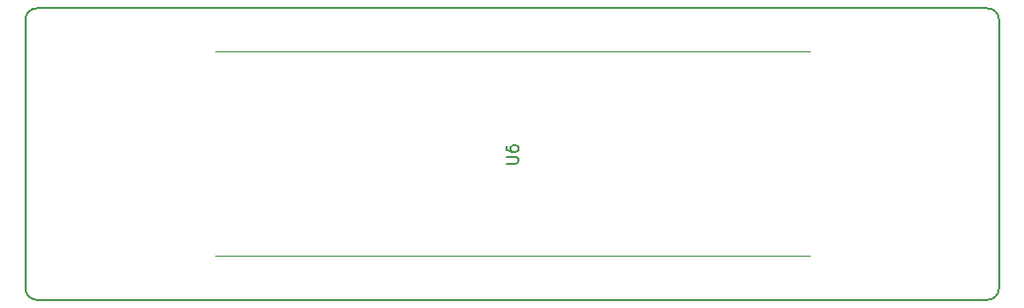
<source format=gm1>
%TF.GenerationSoftware,KiCad,Pcbnew,7.0.9*%
%TF.CreationDate,2024-01-13T12:33:37-06:00*%
%TF.ProjectId,SillyTinySCSI,53696c6c-7954-4696-9e79-534353492e6b,V2.0*%
%TF.SameCoordinates,Original*%
%TF.FileFunction,Profile,NP*%
%FSLAX46Y46*%
G04 Gerber Fmt 4.6, Leading zero omitted, Abs format (unit mm)*
G04 Created by KiCad (PCBNEW 7.0.9) date 2024-01-13 12:33:37*
%MOMM*%
%LPD*%
G01*
G04 APERTURE LIST*
%TA.AperFunction,Profile*%
%ADD10C,0.150000*%
%TD*%
%ADD11C,0.150000*%
%ADD12C,0.100000*%
G04 APERTURE END LIST*
D10*
X176500000Y-51250000D02*
G75*
G03*
X175499999Y-50250000I-1000000J0D01*
G01*
X93000000Y-51250000D02*
X93000000Y-74250001D01*
X94000000Y-50250000D02*
G75*
G03*
X93000000Y-51250000I0J-1000000D01*
G01*
X176499999Y-74249999D02*
X176500000Y-51250000D01*
X92999999Y-74250001D02*
G75*
G03*
X94000000Y-75250001I1000001J1D01*
G01*
X94000000Y-50250000D02*
X175499999Y-50250000D01*
X175499999Y-75249999D02*
X94000000Y-75250001D01*
X175499999Y-75249999D02*
G75*
G03*
X176499999Y-74249999I1J999999D01*
G01*
D11*
X134254819Y-63561904D02*
X135064342Y-63561904D01*
X135064342Y-63561904D02*
X135159580Y-63514285D01*
X135159580Y-63514285D02*
X135207200Y-63466666D01*
X135207200Y-63466666D02*
X135254819Y-63371428D01*
X135254819Y-63371428D02*
X135254819Y-63180952D01*
X135254819Y-63180952D02*
X135207200Y-63085714D01*
X135207200Y-63085714D02*
X135159580Y-63038095D01*
X135159580Y-63038095D02*
X135064342Y-62990476D01*
X135064342Y-62990476D02*
X134254819Y-62990476D01*
X134254819Y-62085714D02*
X134254819Y-62276190D01*
X134254819Y-62276190D02*
X134302438Y-62371428D01*
X134302438Y-62371428D02*
X134350057Y-62419047D01*
X134350057Y-62419047D02*
X134492914Y-62514285D01*
X134492914Y-62514285D02*
X134683390Y-62561904D01*
X134683390Y-62561904D02*
X135064342Y-62561904D01*
X135064342Y-62561904D02*
X135159580Y-62514285D01*
X135159580Y-62514285D02*
X135207200Y-62466666D01*
X135207200Y-62466666D02*
X135254819Y-62371428D01*
X135254819Y-62371428D02*
X135254819Y-62180952D01*
X135254819Y-62180952D02*
X135207200Y-62085714D01*
X135207200Y-62085714D02*
X135159580Y-62038095D01*
X135159580Y-62038095D02*
X135064342Y-61990476D01*
X135064342Y-61990476D02*
X134826247Y-61990476D01*
X134826247Y-61990476D02*
X134731009Y-62038095D01*
X134731009Y-62038095D02*
X134683390Y-62085714D01*
X134683390Y-62085714D02*
X134635771Y-62180952D01*
X134635771Y-62180952D02*
X134635771Y-62371428D01*
X134635771Y-62371428D02*
X134683390Y-62466666D01*
X134683390Y-62466666D02*
X134731009Y-62514285D01*
X134731009Y-62514285D02*
X134826247Y-62561904D01*
D12*
X109297723Y-71457167D02*
X160297723Y-71457167D01*
X109297723Y-53957167D02*
X160297723Y-53957167D01*
M02*

</source>
